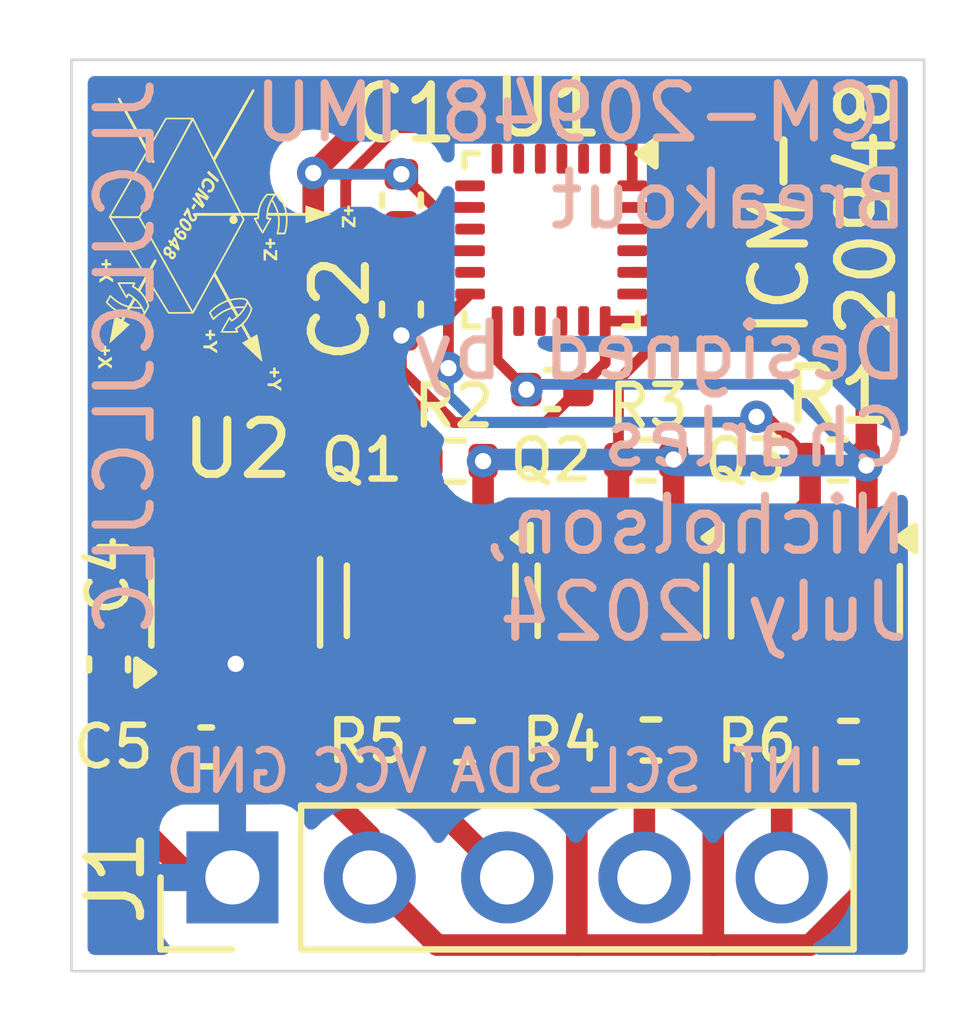
<source format=kicad_pcb>
(kicad_pcb (version 20240108) (generator "pcbnew") (generator_version "8.0")
  (layers (0 "F.Cu" signal) (31 "B.Cu" signal) (34 "B.Paste" user) (35 "F.Paste" user) (36 "B.SilkS" user "B.Silkscreen") (37 "F.SilkS" user "F.Silkscreen") (38 "B.Mask" user) (39 "F.Mask" user) (44 "Edge.Cuts" user))
  (net 0 "")
  (net 1 "GND")
  (net 2 "+1V8")
  (net 3 "Net-(U1-REGOUT)")
  (net 4 "VCC")
  (net 5 "SDAH")
  (net 6 "SCLH")
  (net 7 "INTH")
  (net 8 "SDAL")
  (net 9 "SCLL")
  (net 10 "INTL")
  (footprint "Capacitor_SMD:C_0402_1005Metric" (layer "F.Cu") (at 150.114 95.377 -90)
    (property "Reference" "C4" (at -1.651 0.014 90) (layer "F.SilkS") (effects (font (size 0.75 0.75) (thickness 0.12))))
    (property "Value" "1 uF")
    (pad "1" smd roundrect (at -0.48 0 270) (size 0.56 0.62) (layers "F.Cu" "F.Paste" "F.Mask") (net 2 "+1V8"))
    (pad "2" smd roundrect (at 0.48 0 270) (size 0.56 0.62) (layers "F.Cu" "F.Paste" "F.Mask") (net 1 "GND"))
  )
  (footprint "Capacitor_SMD:C_0402_1005Metric" (layer "F.Cu") (at 158.324 90.296)
    (property "Reference" "C3" (hide yes))
    (property "Value" "100 nF")
    (pad "1" smd roundrect (at -0.48 0) (size 0.56 0.62) (layers "F.Cu" "F.Paste" "F.Mask") (net 2 "+1V8"))
    (pad "2" smd roundrect (at 0.48 0) (size 0.56 0.62) (layers "F.Cu" "F.Paste" "F.Mask") (net 1 "GND"))
  )
  (footprint "Capacitor_SMD:C_0402_1005Metric" (layer "F.Cu") (at 155.53 88.816 -90)
    (property "Reference" "C2" (at -0.016 1.13 -90) (layer "F.SilkS"))
    (property "Value" "100 nF")
    (pad "1" smd roundrect (at -0.48 0 270) (size 0.56 0.62) (layers "F.Cu" "F.Paste" "F.Mask") (net 3 "Net-(U1-REGOUT)"))
    (pad "2" smd roundrect (at 0.48 0 270) (size 0.56 0.62) (layers "F.Cu" "F.Paste" "F.Mask") (net 1 "GND"))
  )
  (footprint "Capacitor_SMD:C_0402_1005Metric" (layer "F.Cu") (at 151.92 96.901)
    (property "Reference" "C5" (at -1.72 -0.001 0) (layer "F.SilkS") (effects (font (size 0.75 0.75) (thickness 0.12))))
    (property "Value" "1 uF")
    (pad "1" smd roundrect (at -0.48 0) (size 0.56 0.62) (layers "F.Cu" "F.Paste" "F.Mask") (net 4 "VCC"))
    (pad "2" smd roundrect (at 0.48 0) (size 0.56 0.62) (layers "F.Cu" "F.Paste" "F.Mask") (net 1 "GND"))
  )
  (footprint "Resistor_SMD:R_0402_1005Metric" (layer "F.Cu") (at 160.147 96.774 180)
    (property "Reference" "R4" (at 1.653 0 180) (layer "F.SilkS") (effects (font (size 0.75 0.75) (thickness 0.12))))
    (property "Value" "10 K")
    (pad "1" smd roundrect (at -0.51 0 180) (size 0.54 0.64) (layers "F.Cu" "F.Paste" "F.Mask") (net 4 "VCC"))
    (pad "2" smd roundrect (at 0.51 0 180) (size 0.54 0.64) (layers "F.Cu" "F.Paste" "F.Mask") (net 6 "SCLH"))
  )
  (footprint "Resistor_SMD:R_0402_1005Metric" (layer "F.Cu") (at 156.7 96.8 180)
    (property "Reference" "R5" (at 1.8 0 180) (layer "F.SilkS") (effects (font (size 0.75 0.75) (thickness 0.12))))
    (property "Value" "10 K")
    (pad "1" smd roundrect (at -0.51 0 180) (size 0.54 0.64) (layers "F.Cu" "F.Paste" "F.Mask") (net 4 "VCC"))
    (pad "2" smd roundrect (at 0.51 0 180) (size 0.54 0.64) (layers "F.Cu" "F.Paste" "F.Mask") (net 5 "SDAH"))
  )
  (footprint "Capacitor_SMD:C_0402_1005Metric" (layer "F.Cu") (at 155.53 86.796 -90)
    (property "Reference" "C1" (at -1.596 -0.045 180) (layer "F.SilkS"))
    (property "Value" "100 nF")
    (pad "1" smd roundrect (at -0.48 0 270) (size 0.56 0.62) (layers "F.Cu" "F.Paste" "F.Mask") (net 2 "+1V8"))
    (pad "2" smd roundrect (at 0.48 0 270) (size 0.56 0.62) (layers "F.Cu" "F.Paste" "F.Mask") (net 1 "GND"))
  )
  (footprint "Package_TO_SOT_SMD:SOT-23" (layer "F.Cu") (at 156.081 94.2 -90)
    (property "Reference" "Q1" (at -2.6 1.281 180) (layer "F.SilkS") (effects (font (size 0.75 0.75) (thickness 0.12))))
    (property "Value" "BSS138")
    (pad "1" smd roundrect (at -0.9375 -0.95 270) (size 1.475 0.6) (layers "F.Cu" "F.Paste" "F.Mask") (net 2 "+1V8"))
    (pad "2" smd roundrect (at -0.9375 0.95 270) (size 1.475 0.6) (layers "F.Cu" "F.Paste" "F.Mask") (net 8 "SDAL"))
    (pad "3" smd roundrect (at 0.9375 0 270) (size 1.475 0.6) (layers "F.Cu" "F.Paste" "F.Mask") (net 5 "SDAH"))
  )
  (footprint "LOGO" (layer "F.Cu") (at 152.3 87.5 -90)
    (property "Reference" "G***" (hide yes))
    (property "Value" "LOGO" (hide yes))
  )
  (footprint "Package_TO_SOT_SMD:SOT-23-5" (layer "F.Cu") (at 152.466 94.2285 90)
    (property "Reference" "U2" (at 2.8285 0.034 0) (layer "F.SilkS"))
    (property "Value" "CJ6206B18M")
    (pad "1" smd roundrect (at -1.1375 -0.95 90) (size 1.325 0.6) (layers "F.Cu" "F.Paste" "F.Mask") (net 4 "VCC"))
    (pad "2" smd roundrect (at -1.1375 0 90) (size 1.325 0.6) (layers "F.Cu" "F.Paste" "F.Mask") (net 1 "GND"))
    (pad "3" smd roundrect (at -1.1375 0.95 90) (size 1.325 0.6) (layers "F.Cu" "F.Paste" "F.Mask") (net 4 "VCC"))
    (pad "4" smd roundrect (at 1.1375 0.95 90) (size 1.325 0.6) (layers "F.Cu" "F.Paste" "F.Mask"))
    (pad "5" smd roundrect (at 1.1375 -0.95 90) (size 1.325 0.6) (layers "F.Cu" "F.Paste" "F.Mask") (net 2 "+1V8"))
  )
  (footprint "Resistor_SMD:R_0402_1005Metric" (layer "F.Cu") (at 160.055 91.6 180)
    (property "Reference" "R3" (at -0.045 1 180) (layer "F.SilkS") (effects (font (size 0.75 0.75) (thickness 0.12))))
    (property "Value" "10 K")
    (pad "1" smd roundrect (at -0.51 0 180) (size 0.54 0.64) (layers "F.Cu" "F.Paste" "F.Mask") (net 2 "+1V8"))
    (pad "2" smd roundrect (at 0.51 0 180) (size 0.54 0.64) (layers "F.Cu" "F.Paste" "F.Mask") (net 9 "SCLL"))
  )
  (footprint "Resistor_SMD:R_0402_1005Metric" (layer "F.Cu") (at 163.8 96.8 180)
    (property "Reference" "R6" (at 1.7 0 180) (layer "F.SilkS") (effects (font (size 0.75 0.75) (thickness 0.12))))
    (property "Value" "10 K")
    (pad "1" smd roundrect (at -0.51 0 180) (size 0.54 0.64) (layers "F.Cu" "F.Paste" "F.Mask") (net 4 "VCC"))
    (pad "2" smd roundrect (at 0.51 0 180) (size 0.54 0.64) (layers "F.Cu" "F.Paste" "F.Mask") (net 7 "INTH"))
  )
  (footprint "Package_TO_SOT_SMD:SOT-23" (layer "F.Cu") (at 163.19 94.2085 -90)
    (property "Reference" "Q3" (at -2.6085 1.29 180) (layer "F.SilkS") (effects (font (size 0.75 0.75) (thickness 0.12))))
    (property "Value" "BSS138")
    (pad "1" smd roundrect (at -0.9375 -0.95 270) (size 1.475 0.6) (layers "F.Cu" "F.Paste" "F.Mask") (net 2 "+1V8"))
    (pad "2" smd roundrect (at -0.9375 0.95 270) (size 1.475 0.6) (layers "F.Cu" "F.Paste" "F.Mask") (net 10 "INTL"))
    (pad "3" smd roundrect (at 0.9375 0 270) (size 1.475 0.6) (layers "F.Cu" "F.Paste" "F.Mask") (net 7 "INTH"))
  )
  (footprint "Resistor_SMD:R_0402_1005Metric" (layer "F.Cu") (at 163.6 91.6 180)
    (property "Reference" "R1" (at 0 1.2 180) (layer "F.SilkS"))
    (property "Value" "10 K")
    (pad "1" smd roundrect (at -0.51 0 180) (size 0.54 0.64) (layers "F.Cu" "F.Paste" "F.Mask") (net 2 "+1V8"))
    (pad "2" smd roundrect (at 0.51 0 180) (size 0.54 0.64) (layers "F.Cu" "F.Paste" "F.Mask") (net 10 "INTL"))
  )
  (footprint "Package_TO_SOT_SMD:SOT-23" (layer "F.Cu") (at 159.611 94.2 -90)
    (property "Reference" "Q2" (at -2.6 1.311 180) (layer "F.SilkS") (effects (font (size 0.75 0.75) (thickness 0.12))))
    (property "Value" "BSS138")
    (pad "1" smd roundrect (at -0.9375 -0.95 270) (size 1.475 0.6) (layers "F.Cu" "F.Paste" "F.Mask") (net 2 "+1V8"))
    (pad "2" smd roundrect (at -0.9375 0.95 270) (size 1.475 0.6) (layers "F.Cu" "F.Paste" "F.Mask") (net 9 "SCLL"))
    (pad "3" smd roundrect (at 0.9375 0 270) (size 1.475 0.6) (layers "F.Cu" "F.Paste" "F.Mask") (net 6 "SCLH"))
  )
  (footprint "Connector_PinHeader_2.54mm:PinHeader_1x05_P2.54mm_Vertical" (layer "F.Cu") (at 152.405 99.314 90)
    (property "Reference" "J1" (at 0 -2.164 -90) (layer "F.SilkS"))
    (property "Value" "Header")
    (pad "1" thru_hole rect (at 0 0 90) (size 1.7 1.7) (drill 1) (layers "*.Cu" "*.Mask") (net 1 "GND"))
    (pad "2" thru_hole oval (at 0 2.54 90) (size 1.7 1.7) (drill 1) (layers "*.Cu" "*.Mask") (net 4 "VCC"))
    (pad "3" thru_hole oval (at 0 5.08 90) (size 1.7 1.7) (drill 1) (layers "*.Cu" "*.Mask") (net 5 "SDAH"))
    (pad "4" thru_hole oval (at 0 7.62 90) (size 1.7 1.7) (drill 1) (layers "*.Cu" "*.Mask") (net 6 "SCLH"))
    (pad "5" thru_hole oval (at 0 10.16 90) (size 1.7 1.7) (drill 1) (layers "*.Cu" "*.Mask") (net 7 "INTH"))
  )
  (footprint "Resistor_SMD:R_0402_1005Metric" (layer "F.Cu") (at 156.532 91.62 180)
    (property "Reference" "R2" (at 0.032 1.02 180) (layer "F.SilkS") (effects (font (size 0.75 0.75) (thickness 0.12))))
    (property "Value" "10 K")
    (pad "1" smd roundrect (at -0.51 0 180) (size 0.54 0.64) (layers "F.Cu" "F.Paste" "F.Mask") (net 2 "+1V8"))
    (pad "2" smd roundrect (at 0.51 0 180) (size 0.54 0.64) (layers "F.Cu" "F.Paste" "F.Mask") (net 8 "SDAL"))
  )
  (footprint "Sensor_Motion:InvenSense_QFN-24_3x3mm_P0.4mm" (layer "F.Cu") (at 158.3 87.53 -90)
    (property "Reference" "U1" (at -2.44 0.058 180) (layer "F.SilkS"))
    (property "Value" "ICM-20948")
    (pad "1" smd roundrect (at -1.5 -1 270) (size 0.55 0.2) (layers "F.Cu" "F.Paste" "F.Mask"))
    (pad "2" smd roundrect (at -1.5 -0.6 270) (size 0.55 0.2) (layers "F.Cu" "F.Paste" "F.Mask"))
    (pad "3" smd roundrect (at -1.5 -0.2 270) (size 0.55 0.2) (layers "F.Cu" "F.Paste" "F.Mask"))
    (pad "4" smd roundrect (at -1.5 0.2 270) (size 0.55 0.2) (layers "F.Cu" "F.Paste" "F.Mask"))
    (pad "5" smd roundrect (at -1.5 0.6 270) (size 0.55 0.2) (layers "F.Cu" "F.Paste" "F.Mask"))
    (pad "6" smd roundrect (at -1.5 1 270) (size 0.55 0.2) (layers "F.Cu" "F.Paste" "F.Mask"))
    (pad "7" smd roundrect (at -1 1.5) (size 0.55 0.2) (layers "F.Cu" "F.Paste" "F.Mask"))
    (pad "8" smd roundrect (at -0.6 1.5) (size 0.55 0.2) (layers "F.Cu" "F.Paste" "F.Mask") (net 2 "+1V8"))
    (pad "9" smd roundrect (at -0.2 1.5) (size 0.55 0.2) (layers "F.Cu" "F.Paste" "F.Mask"))
    (pad "10" smd roundrect (at 0.2 1.5) (size 0.55 0.2) (layers "F.Cu" "F.Paste" "F.Mask") (net 3 "Net-(U1-REGOUT)"))
    (pad "11" smd roundrect (at 0.6 1.5) (size 0.55 0.2) (layers "F.Cu" "F.Paste" "F.Mask"))
    (pad "12" smd roundrect (at 1 1.5) (size 0.55 0.2) (layers "F.Cu" "F.Paste" "F.Mask") (net 10 "INTL"))
    (pad "13" smd roundrect (at 1.5 1 270) (size 0.55 0.2) (layers "F.Cu" "F.Paste" "F.Mask") (net 2 "+1V8"))
    (pad "14" smd roundrect (at 1.5 0.6 270) (size 0.55 0.2) (layers "F.Cu" "F.Paste" "F.Mask"))
    (pad "15" smd roundrect (at 1.5 0.2 270) (size 0.55 0.2) (layers "F.Cu" "F.Paste" "F.Mask"))
    (pad "16" smd roundrect (at 1.5 -0.2 270) (size 0.55 0.2) (layers "F.Cu" "F.Paste" "F.Mask"))
    (pad "17" smd roundrect (at 1.5 -0.6 270) (size 0.55 0.2) (layers "F.Cu" "F.Paste" "F.Mask"))
    (pad "18" smd roundrect (at 1.5 -1 270) (size 0.55 0.2) (layers "F.Cu" "F.Paste" "F.Mask") (net 1 "GND"))
    (pad "19" smd roundrect (at 1 -1.5) (size 0.55 0.2) (layers "F.Cu" "F.Paste" "F.Mask"))
    (pad "20" smd roundrect (at 0.6 -1.5) (size 0.55 0.2) (layers "F.Cu" "F.Paste" "F.Mask") (net 1 "GND"))
    (pad "21" smd roundrect (at 0.2 -1.5) (size 0.55 0.2) (layers "F.Cu" "F.Paste" "F.Mask"))
    (pad "22" smd roundrect (at -0.2 -1.5) (size 0.55 0.2) (layers "F.Cu" "F.Paste" "F.Mask"))
    (pad "23" smd roundrect (at -0.6 -1.5) (size 0.55 0.2) (layers "F.Cu" "F.Paste" "F.Mask") (net 9 "SCLL"))
    (pad "24" smd roundrect (at -1 -1.5) (size 0.55 0.2) (layers "F.Cu" "F.Paste" "F.Mask") (net 8 "SDAL"))
    (zone (net 0) (net_name "") (layer "F.Cu") (connect_pads (clearance 0)) (min_thickness 0.254)
      (keepout (tracks not_allowed) (vias not_allowed) (pads not_allowed) (copperpour not_allowed) (footprints allowed))
      (fill (thermal_gap 0.508) (thermal_bridge_width 0.508))
      (polygon (pts (xy 159.095 86.655) (xy 159.095 88.405) (xy 157.505 88.405) (xy 157.505 86.655)))
    )
  )
  (gr_rect (start 149.427 84.2) (end 165.2 101.046) (stroke (width 0.05)) (fill none) (layer "Edge.Cuts"))
  (gr_text "Designed by \nCharles \nNicholson, \nJuly 2024" (at 164.973 94.996 0) (layer "B.SilkS") (effects (font (size 1 1) (thickness 0.15) (bold yes)) (justify left bottom mirror)))
  (gr_text "ICM-20948 IMU \nBreakout" (at 164.973 87.376 0) (layer "B.SilkS") (effects (font (size 1 1)) (justify left bottom mirror)))
  (gr_text "SDA\n" (at 158.623 97.79 0) (layer "B.SilkS") (effects (font (size 0.75 0.75) (thickness 0.12)) (justify left bottom mirror)))
  (gr_text "JLCJLCJLCJLC" (at 151.003 84.455 90) (layer "B.SilkS") (effects (font (size 1 1)) (justify left bottom mirror)))
  (gr_text "GND" (at 153.543 97.79 0) (layer "B.SilkS") (effects (font (size 0.75 0.75) (thickness 0.12)) (justify left bottom mirror)))
  (gr_text "INT" (at 163.449 97.79 0) (layer "B.SilkS") (effects (font (size 0.75 0.75) (thickness 0.12)) (justify left bottom mirror)))
  (gr_text "VCC" (at 156.083 97.79 0) (layer "B.SilkS") (effects (font (size 0.75 0.75) (thickness 0.12)) (justify left bottom mirror)))
  (gr_text "SCL" (at 161.163 97.79 0) (layer "B.SilkS") (effects (font (size 0.75 0.75) (thickness 0.12)) (justify left bottom mirror)))
  (gr_text "ICM-\n20948" (at 164.719 89.408 90) (layer "F.SilkS") (effects (font (size 1 1)) (justify left bottom)))
  (segment (start 155.53 89.93) (end 155.53 89.296) (width 0.2) (layer "F.Cu") (net 1))
  (segment (start 160.375 88.72636) (end 160.07136 89.03) (width 0.2) (layer "F.Cu") (net 1))
  (segment (start 155.53 87.276) (end 154.92 87.886) (width 0.2) (layer "F.Cu") (net 1))
  (segment (start 152.466 95.366) (end 152.4 95.432) (width 0.4) (layer "F.Cu") (net 1))
  (segment (start 152.405 99.314) (end 151.638 99.314) (width 0.4) (layer "F.Cu") (net 1))
  (segment (start 160.07136 89.03) (end 159.3 89.03) (width 0.2) (layer "F.Cu") (net 1))
  (segment (start 152.405 99.314) (end 152.405 96.906) (width 0.4) (layer "F.Cu") (net 1))
  (segment (start 152.4 95.432) (end 152.4 96.901) (width 0.4) (layer "F.Cu") (net 1))
  (segment (start 156.506 90.906) (end 155.53 89.93) (width 0.2) (layer "F.Cu") (net 1))
  (segment (start 150.114 97.79) (end 150.114 95.857) (width 0.4) (layer "F.Cu") (net 1))
  (segment (start 151.638 99.314) (end 150.114 97.79) (width 0.4) (layer "F.Cu") (net 1))
  (segment (start 158.804 90.296) (end 158.194 90.906) (width 0.2) (layer "F.Cu") (net 1))
  (segment (start 158.804 90.296) (end 159.3 89.8) (width 0.2) (layer "F.Cu") (net 1))
  (segment (start 159.3 89.8) (end 159.3 89.03) (width 0.2) (layer "F.Cu") (net 1))
  (segment (start 159.8 88.13) (end 160.17136 88.13) (width 0.2) (layer "F.Cu") (net 1))
  (segment (start 160.17136 88.13) (end 160.375 88.33364) (width 0.2) (layer "F.Cu") (net 1))
  (segment (start 154.92 87.886) (end 154.92 88.686) (width 0.2) (layer "F.Cu") (net 1))
  (segment (start 160.375 88.33364) (end 160.375 88.72636) (width 0.2) (layer "F.Cu") (net 1))
  (segment (start 158.194 90.906) (end 156.506 90.906) (width 0.2) (layer "F.Cu") (net 1))
  (segment (start 154.92 88.686) (end 155.53 89.296) (width 0.2) (layer "F.Cu") (net 1))
  (segment (start 152.405 96.906) (end 152.4 96.901) (width 0.4) (layer "F.Cu") (net 1))
  (via (at 155.53 89.296) (size 0.6) (drill 0.3) (layers "F.Cu" "B.Cu") (net 1))
  (via (at 152.466 95.366) (size 0.6) (drill 0.3) (layers "F.Cu" "B.Cu") (net 1))
  (segment (start 152.466 92.36) (end 155.53 89.296) (width 0.4) (layer "B.Cu") (net 1))
  (segment (start 152.466 95.366) (end 152.466 92.36) (width 0.4) (layer "B.Cu") (net 1))
  (segment (start 150.749 93.091) (end 151.516 93.091) (width 0.4) (layer "F.Cu") (net 2))
  (segment (start 157.042 91.62) (end 157.042 93.2515) (width 0.4) (layer "F.Cu") (net 2))
  (segment (start 155.292893 84.9) (end 159.648466 84.9) (width 0.4) (layer "F.Cu") (net 2))
  (segment (start 157.3 89.03) (end 157.3 89.752) (width 0.2) (layer "F.Cu") (net 2))
  (segment (start 159.648466 84.9) (end 164.131 89.382534) (width 0.4) (layer "F.Cu") (net 2))
  (segment (start 150.114 94.897) (end 150.114 93.726) (width 0.4) (layer "F.Cu") (net 2))
  (segment (start 164.11 91.6) (end 164.11 91.679) (width 0.4) (layer "F.Cu") (net 2))
  (segment (start 164.131 91.7) (end 164.14 91.709) (width 0.4) (layer "F.Cu") (net 2))
  (segment (start 153.9 86.292893) (end 155.292893 84.9) (width 0.4) (layer "F.Cu") (net 2))
  (segment (start 157.3 89.752) (end 157.844 90.296) (width 0.2) (layer "F.Cu") (net 2))
  (segment (start 164.131 89.382534) (end 164.131 91.7) (width 0.4) (layer "F.Cu") (net 2))
  (segment (start 160.565 93.2585) (end 160.561 93.2625) (width 0.4) (layer "F.Cu") (net 2))
  (segment (start 164.14 91.709) (end 164.14 93.271) (width 0.4) (layer "F.Cu") (net 2))
  (segment (start 150.114 93.726) (end 150.749 93.091) (width 0.4) (layer "F.Cu") (net 2))
  (segment (start 151.516 93.091) (end 153.9 90.707) (width 0.4) (layer "F.Cu") (net 2))
  (segment (start 164.11 91.679) (end 164.131 91.7) (width 0.4) (layer "F.Cu") (net 2))
  (segment (start 156.144 86.93) (end 156.8 86.93) (width 0.2) (layer "F.Cu") (net 2))
  (segment (start 153.9 90.707) (end 153.9 86.292893) (width 0.4) (layer "F.Cu") (net 2))
  (segment (start 155.53 86.316) (end 156.144 86.93) (width 0.2) (layer "F.Cu") (net 2))
  (segment (start 157.042 93.2515) (end 157.031 93.2625) (width 0.4) (layer "F.Cu") (net 2))
  (segment (start 160.565 91.6) (end 160.565 93.2585) (width 0.4) (layer "F.Cu") (net 2))
  (via (at 157.042 91.62) (size 0.6) (drill 0.3) (layers "F.Cu" "B.Cu") (net 2))
  (via (at 164.131 91.7) (size 0.6) (drill 0.3) (layers "F.Cu" "B.Cu") (net 2))
  (via (at 157.844 90.296) (size 0.6) (drill 0.3) (layers "F.Cu" "B.Cu") (net 2))
  (via (at 160.565 91.589) (size 0.6) (drill 0.3) (layers "F.Cu" "B.Cu") (net 2))
  (via (at 155.53 86.316) (size 0.6) (drill 0.3) (layers "F.Cu" "B.Cu") (net 2))
  (via (at 153.9 86.292893) (size 0.6) (drill 0.3) (layers "F.Cu" "B.Cu") (net 2))
  (segment (start 155.53 86.316) (end 153.923107 86.316) (width 0.2) (layer "B.Cu") (net 2))
  (segment (start 157.844 90.296) (end 157.94 90.2) (width 0.2) (layer "B.Cu") (net 2))
  (segment (start 153.923107 86.316) (end 153.9 86.292893) (width 0.2) (layer "B.Cu") (net 2))
  (segment (start 164.131 91.7) (end 160.665 91.7) (width 0.4) (layer "B.Cu") (net 2))
  (segment (start 160.665 91.7) (end 160.565 91.6) (width 0.4) (layer "B.Cu") (net 2))
  (segment (start 160.565 91.589) (end 157.073 91.589) (width 0.4) (layer "B.Cu") (net 2))
  (segment (start 157.073 91.589) (end 157.042 91.62) (width 0.4) (layer "B.Cu") (net 2))
  (segment (start 157.94 90.2) (end 162.631 90.2) (width 0.2) (layer "B.Cu") (net 2))
  (segment (start 162.631 90.2) (end 164.131 91.7) (width 0.2) (layer "B.Cu") (net 2))
  (segment (start 156.136 87.73) (end 156.8 87.73) (width 0.2) (layer "F.Cu") (net 3))
  (segment (start 155.53 88.336) (end 156.136 87.73) (width 0.2) (layer "F.Cu") (net 3))
  (segment (start 161.3 100.564) (end 161.3 97.39) (width 0.4) (layer "F.Cu") (net 4))
  (segment (start 151.44 96.901) (end 151.44 95.442) (width 0.4) (layer "F.Cu") (net 4))
  (segment (start 158.775 100.539) (end 158.775 98.365) (width 0.4) (layer "F.Cu") (net 4))
  (segment (start 154.945 98.545) (end 153.416 97.016) (width 0.4) (layer "F.Cu") (net 4))
  (segment (start 153.416 94.703501) (end 153.416 95.366) (width 0.4) (layer "F.Cu") (net 4))
  (segment (start 158.8 100.564) (end 158.775 100.539) (width 0.4) (layer "F.Cu") (net 4))
  (segment (start 151.916001 94.3035) (end 153.015999 94.3035) (width 0.4) (layer "F.Cu") (net 4))
  (segment (start 163.082767 100.564) (end 161.3 100.564) (width 0.4) (layer "F.Cu") (net 4))
  (segment (start 158.8 100.564) (end 156.195 100.564) (width 0.4) (layer "F.Cu") (net 4))
  (segment (start 164.31 96.8) (end 164.31 99.336767) (width 0.4) (layer "F.Cu") (net 4))
  (segment (start 164.31 99.336767) (end 163.082767 100.564) (width 0.4) (layer "F.Cu") (net 4))
  (segment (start 153.015999 94.3035) (end 153.416 94.703501) (width 0.4) (layer "F.Cu") (net 4))
  (segment (start 158.775 98.365) (end 157.21 96.8) (width 0.4) (layer "F.Cu") (net 4))
  (segment (start 156.195 100.564) (end 154.945 99.314) (width 0.4) (layer "F.Cu") (net 4))
  (segment (start 151.44 95.442) (end 151.516 95.366) (width 0.4) (layer "F.Cu") (net 4))
  (segment (start 151.516 94.703501) (end 151.916001 94.3035) (width 0.4) (layer "F.Cu") (net 4))
  (segment (start 154.945 99.314) (end 154.945 98.545) (width 0.4) (layer "F.Cu") (net 4))
  (segment (start 161.3 97.39) (end 160.71 96.8) (width 0.4) (layer "F.Cu") (net 4))
  (segment (start 153.416 97.016) (end 153.416 95.366) (width 0.4) (layer "F.Cu") (net 4))
  (segment (start 151.516 95.366) (end 151.516 94.703501) (width 0.4) (layer "F.Cu") (net 4))
  (segment (start 161.3 100.564) (end 158.8 100.564) (width 0.4) (layer "F.Cu") (net 4))
  (segment (start 156.081 95.1375) (end 156.081 96.691) (width 0.4) (layer "F.Cu") (net 5))
  (segment (start 157.485 99.314) (end 156.19 98.019) (width 0.4) (layer "F.Cu") (net 5))
  (segment (start 156.081 96.691) (end 156.19 96.8) (width 0.4) (layer "F.Cu") (net 5))
  (segment (start 156.19 98.019) (end 156.19 96.8) (width 0.4) (layer "F.Cu") (net 5))
  (segment (start 159.611 96.721) (end 159.611 95.1375) (width 0.4) (layer "F.Cu") (net 6))
  (segment (start 159.639 97.282) (end 159.639 96.749) (width 0.4) (layer "F.Cu") (net 6))
  (segment (start 160.025 99.314) (end 160.025 97.668) (width 0.4) (layer "F.Cu") (net 6))
  (segment (start 160.025 97.668) (end 159.639 97.282) (width 0.4) (layer "F.Cu") (net 6))
  (segment (start 159.639 96.749) (end 159.611 96.721) (width 0.4) (layer "F.Cu") (net 6))
  (segment (start 163.19 96.7) (end 163.29 96.8) (width 0.4) (layer "F.Cu") (net 7))
  (segment (start 162.565 99.314) (end 162.565 97.525) (width 0.4) (layer "F.Cu") (net 7))
  (segment (start 163.19 95.146) (end 163.19 96.7) (width 0.4) (layer "F.Cu") (net 7))
  (segment (start 162.565 97.525) (end 163.29 96.8) (width 0.4) (layer "F.Cu") (net 7))
  (segment (start 154.5 86.4) (end 154.5 92.6315) (width 0.2) (layer "F.Cu") (net 8))
  (segment (start 159.8 86.53) (end 159.8 85.75864) (width 0.2) (layer "F.Cu") (net 8))
  (segment (start 159.8 85.75864) (end 159.49636 85.455) (width 0.2) (layer "F.Cu") (net 8))
  (segment (start 154.5 92.6315) (end 155.131 93.2625) (width 0.2) (layer "F.Cu") (net 8))
  (segment (start 159.49636 85.455) (end 155.445 85.455) (width 0.2) (layer "F.Cu") (net 8))
  (segment (start 155.445 85.455) (end 154.5 86.4) (width 0.2) (layer "F.Cu") (net 8))
  (segment (start 156.022 91.62) (end 156.022 92.3715) (width 0.4) (layer "F.Cu") (net 8))
  (segment (start 156.022 92.3715) (end 155.131 93.2625) (width 0.4) (layer "F.Cu") (net 8))
  (segment (start 160.775 87.53364) (end 160.775 88.892045) (width 0.2) (layer "F.Cu") (net 9))
  (segment (start 159.545 90.122045) (end 159.545 91.6) (width 0.2) (layer "F.Cu") (net 9))
  (segment (start 159.545 92.3785) (end 158.661 93.2625) (width 0.4) (layer "F.Cu") (net 9))
  (segment (start 159.8 86.93) (end 160.17136 86.93) (width 0.2) (layer "F.Cu") (net 9))
  (segment (start 159.545 91.6) (end 159.545 92.3785) (width 0.4) (layer "F.Cu") (net 9))
  (segment (start 160.775 88.892045) (end 159.545 90.122045) (width 0.2) (layer "F.Cu") (net 9))
  (segment (start 160.17136 86.93) (end 160.775 87.53364) (width 0.2) (layer "F.Cu") (net 9))
  (segment (start 163.09 91.6) (end 163.09 92.421) (width 0.4) (layer "F.Cu") (net 10))
  (segment (start 162.29 90.8) (end 163.09 91.6) (width 0.2) (layer "F.Cu") (net 10))
  (segment (start 156.4 88.93) (end 156.8 88.53) (width 0.2) (layer "F.Cu") (net 10))
  (segment (start 162.1 90.8) (end 162.29 90.8) (width 0.2) (layer "F.Cu") (net 10))
  (segment (start 156.4 89.9) (end 156.4 88.93) (width 0.2) (layer "F.Cu") (net 10))
  (segment (start 163.09 92.421) (end 162.24 93.271) (width 0.4) (layer "F.Cu") (net 10))
  (segment (start 162.29 90.8) (end 162.396 90.906) (width 0.2) (layer "F.Cu") (net 10))
  (via (at 162.1 90.8) (size 0.6) (drill 0.3) (layers "F.Cu" "B.Cu") (net 10))
  (via (at 156.4 89.9) (size 0.6) (drill 0.3) (layers "F.Cu" "B.Cu") (net 10))
  (segment (start 156.9 90.9) (end 162 90.9) (width 0.2) (layer "B.Cu") (net 10))
  (segment (start 156.4 90.4) (end 156.9 90.9) (width 0.2) (layer "B.Cu") (net 10))
  (segment (start 162 90.9) (end 162.1 90.8) (width 0.2) (layer "B.Cu") (net 10))
  (segment (start 156.4 89.9) (end 156.4 90.4) (width 0.2) (layer "B.Cu") (net 10))
  (zone (net 1) (net_name "GND") (layers "F&B.Cu") (connect_pads (clearance 0.5)) (min_thickness 0.25) (fill yes (thermal_gap 0.5) (thermal_bridge_width 0.5))
    (polygon (pts (xy 165.2 101.046) (xy 165.2 84.2) (xy 149.427 84.2) (xy 149.427 101.046)))
  )
  (zone (net 0) (net_name "") (layer "B.Cu") (connect_pads (clearance 0)) (min_thickness 0.25)
    (keepout (tracks not_allowed) (vias not_allowed) (pads not_allowed) (copperpour not_allowed) (footprints allowed))
    (fill (thermal_gap 0.5) (thermal_bridge_width 0.5))
    (polygon (pts (xy 160.0708 89.3064) (xy 156.5148 89.3064) (xy 156.5148 85.7504) (xy 160.0708 85.7504)))
  )
)
</source>
